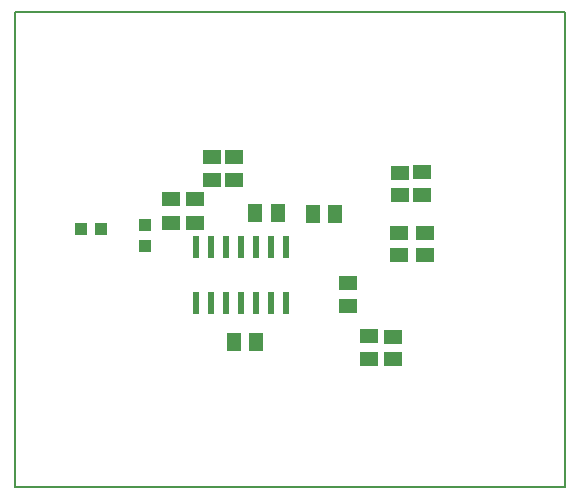
<source format=gtp>
G75*
%MOIN*%
%OFA0B0*%
%FSLAX25Y25*%
%IPPOS*%
%LPD*%
%AMOC8*
5,1,8,0,0,1.08239X$1,22.5*
%
%ADD10C,0.00600*%
%ADD11R,0.03937X0.04331*%
%ADD12R,0.04331X0.03937*%
%ADD13R,0.05906X0.05118*%
%ADD14R,0.02200X0.07800*%
%ADD15R,0.06299X0.05118*%
%ADD16R,0.05118X0.05906*%
D10*
X0035757Y0001300D02*
X0035757Y0159568D01*
X0219221Y0159568D01*
X0219221Y0001300D01*
X0035757Y0001300D01*
D11*
X0079143Y0081851D03*
X0079143Y0088544D03*
D12*
X0064654Y0087284D03*
X0057961Y0087284D03*
D13*
X0101583Y0103820D03*
X0108985Y0103859D03*
X0108985Y0111339D03*
X0101583Y0111300D03*
X0164221Y0106103D03*
X0171583Y0106221D03*
X0171583Y0098741D03*
X0164221Y0098623D03*
X0163749Y0086182D03*
X0172371Y0086143D03*
X0172371Y0078662D03*
X0163749Y0078702D03*
X0146780Y0069213D03*
X0146780Y0061733D03*
X0153828Y0051536D03*
X0161741Y0051497D03*
X0161741Y0044017D03*
X0153828Y0044056D03*
D14*
X0126032Y0062709D03*
X0121032Y0062709D03*
X0116032Y0062709D03*
X0111032Y0062709D03*
X0106032Y0062709D03*
X0101032Y0062709D03*
X0096032Y0062709D03*
X0096032Y0081309D03*
X0101032Y0081309D03*
X0106032Y0081309D03*
X0111032Y0081309D03*
X0116032Y0081309D03*
X0121032Y0081309D03*
X0126032Y0081309D03*
D15*
X0095914Y0089371D03*
X0087725Y0089371D03*
X0087725Y0097245D03*
X0095914Y0097245D03*
D16*
X0115875Y0092639D03*
X0123355Y0092639D03*
X0135166Y0092245D03*
X0142646Y0092245D03*
X0116269Y0049725D03*
X0108788Y0049725D03*
M02*

</source>
